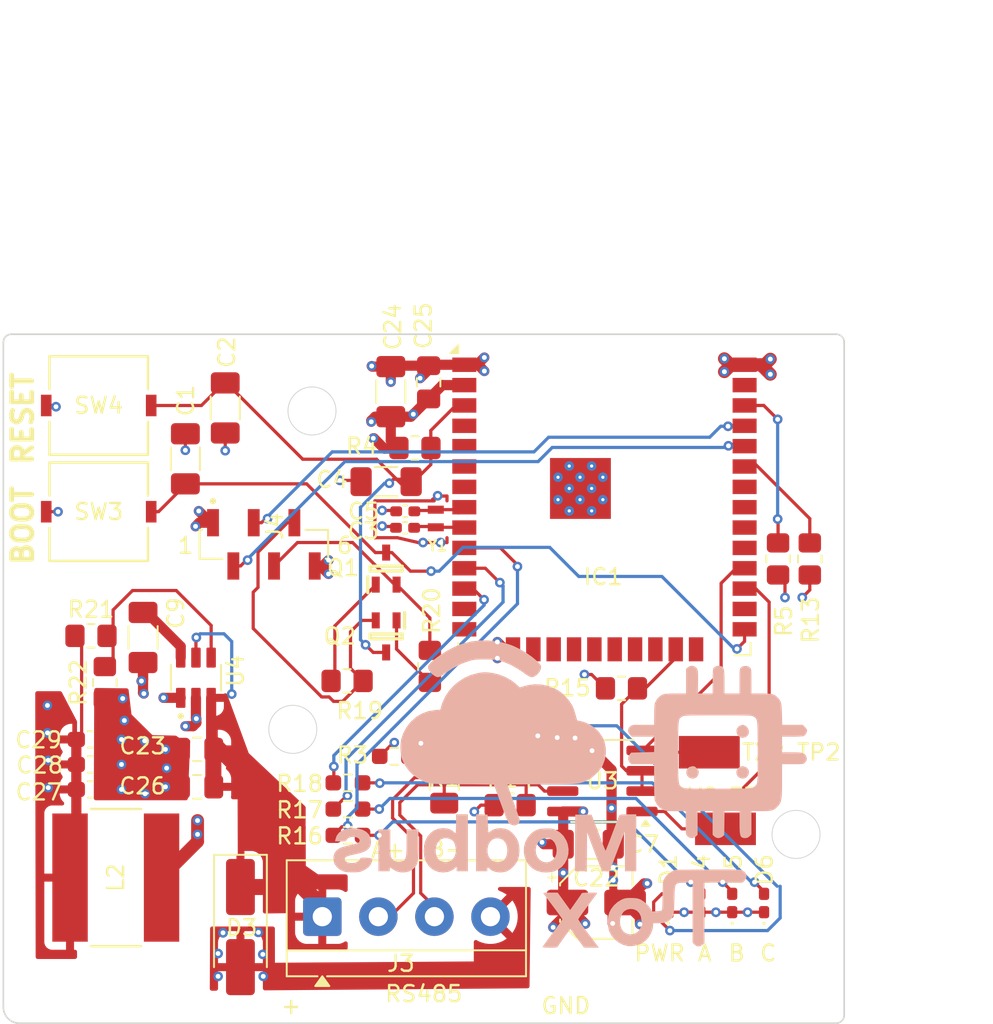
<source format=kicad_pcb>
(kicad_pcb (version 20241229) (generator "pcbnew") (generator_version "9.0")
  (layers (0 "F.Cu" signal) (4 "In1.Cu" signal) (6 "In2.Cu" signal) (2 "B.Cu" signal) (13 "F.Paste" user) (15 "B.Paste" user) (5 "F.SilkS" user "F.Silkscreen") (7 "B.SilkS" user "B.Silkscreen") (1 "F.Mask" user) (3 "B.Mask" user) (25 "Edge.Cuts" user))
  (net 0 "")
  (net 1 "Net-(U4-VBST)")
  (net 2 "GND")
  (net 3 "/EN")
  (net 4 "/IO_0")
  (net 5 "VDD33")
  (net 6 "Net-(D1-A)")
  (net 7 "/TX_0")
  (net 8 "/RX_0")
  (net 9 "/VBUS_12")
  (net 10 "/SCL_BUS")
  (net 11 "/SDA_BUS")
  (net 12 "Net-(U4-SW)")
  (net 13 "Net-(U4-VFB)")
  (net 15 "/RS485-")
  (net 16 "/RS485_DE_RE")
  (net 17 "Net-(D4-A)")
  (net 18 "Net-(D5-A)")
  (net 19 "Net-(D6-A)")
  (net 20 "/RS485+")
  (net 21 "/TX_{2}")
  (net 22 "/RX_{2}")
  (net 23 "/LED_C")
  (net 24 "/LED_A")
  (net 34 "/X32N")
  (net 37 "/LED_B")
  (net 38 "/X32P")
  (net 47 "/DTR")
  (net 48 "/RTS")
  (net 49 "Net-(Q1-B)")
  (net 50 "Net-(Q2-B)")
  (footprint "Capacitor_SMD:C_1206_3216Metric_Pad1.33x1.80mm_HandSolder" (layer "F.Cu") (at 91.3638 95.2754 90)
    (property "Reference" "C1")
    (property "Value" "0.1uF")
  )
  (footprint "Resistor_SMD:R_0603_1608Metric_Pad0.98x0.95mm_HandSolder" (layer "F.Cu") (at 101.516 117.1363)
    (property "Reference" "R17")
    (property "Value" "2K")
  )
  (footprint "Capacitor_SMD:C_0805_2012Metric_Pad1.18x1.45mm_HandSolder" (layer "F.Cu") (at 92.1004 113.411 180)
    (property "Reference" "C23")
    (property "Value" "10uF")
  )
  (footprint "project_footprints:XTAL_ABS05-32.768KHZ-T" (layer "F.Cu") (at 107 99 90)
    (property "Reference" "Y1")
    (property "Value" "32.768kHz")
  )
  (footprint "Resistor_SMD:R_0805_2012Metric_Pad1.20x1.40mm_HandSolder" (layer "F.Cu") (at 130.3528 101.5238 90)
    (property "Reference" "R13")
    (property "Value" "10K")
  )
  (footprint "Resistor_SMD:R_0805_2012Metric_Pad1.20x1.40mm_HandSolder" (layer "F.Cu") (at 128.3716 101.5238 90)
    (property "Reference" "R5")
    (property "Value" "10K")
  )
  (footprint "Capacitor_SMD:CP_Elec_4x5.4" (layer "F.Cu") (at 117.020555 122.968067)
    (property "Reference" "C22")
    (property "Value" "1uF")
  )
  (footprint "Capacitor_SMD:C_0402_1005Metric_Pad0.74x0.62mm_HandSolder" (layer "F.Cu") (at 105.081358 99.579651)
    (property "Reference" "C3")
    (property "Value" "12pF")
  )
  (footprint "Capacitor_SMD:C_0402_1005Metric_Pad0.74x0.62mm_HandSolder" (layer "F.Cu") (at 105.093223 98.553406)
    (property "Reference" "C5")
    (property "Value" "12pF")
  )
  (footprint "project_footprints:SW_3983_ADA" (layer "F.Cu") (at 85.9536 98.5774)
    (property "Reference" "SW3")
    (property "Value" "3983")
  )
  (footprint "Capacitor_SMD:C_0603_1608Metric_Pad1.08x0.95mm_HandSolder" (layer "F.Cu") (at 85.4191 112.7907 180)
    (property "Reference" "C29")
    (property "Value" "22uF")
  )
  (footprint "Capacitor_SMD:C_1206_3216Metric_Pad1.33x1.80mm_HandSolder" (layer "F.Cu") (at 93.853 92.1004 -90)
    (property "Reference" "C2")
    (property "Value" "0.1uF")
  )
  (footprint "project_footprints:SOT65P210X110-3N" (layer "F.Cu") (at 103.901 106.3592 -90)
    (property "Reference" "Q2")
    (property "Value" "DSS4160U-7" (hide yes))
  )
  (footprint "Capacitor_SMD:C_1206_3216Metric_Pad1.33x1.80mm_HandSolder" (layer "F.Cu") (at 88.7222 106.426 90)
    (property "Reference" "C9")
    (property "Value" "0.1uF")
  )
  (footprint "LED_SMD:LED_0402_1005Metric_Pad0.77x0.64mm_HandSolder" (layer "F.Cu") (at 125.50565 122.998 90)
    (property "Reference" "D5")
    (property "Value" "LED" (hide yes))
  )
  (footprint "Resistor_SMD:R_0603_1608Metric_Pad0.98x0.95mm_HandSolder" (layer "F.Cu") (at 104.4116 113.847)
    (property "Reference" "R3")
    (property "Value" "2K")
  )
  (footprint "Resistor_SMD:R_0805_2012Metric_Pad1.20x1.40mm_HandSolder" (layer "F.Cu") (at 85.471 106.3244)
    (property "Reference" "R21")
    (property "Value" "33.2K")
  )
  (footprint "LED_SMD:LED_0402_1005Metric_Pad0.77x0.64mm_HandSolder" (layer "F.Cu") (at 121.52565 122.998 90)
    (property "Reference" "D1")
    (property "Value" "LED")
  )
  (footprint "LED_SMD:LED_0402_1005Metric_Pad0.77x0.64mm_HandSolder" (layer "F.Cu") (at 127.49565 122.998 90)
    (property "Reference" "D6")
    (property "Value" "LED" (hide yes))
  )
  (footprint "Capacitor_SMD:C_0805_2012Metric_Pad1.18x1.45mm_HandSolder" (layer "F.Cu") (at 92.1004 115.7478)
    (property "Reference" "C26")
    (property "Value" "10uF")
  )
  (footprint "Resistor_SMD:R_0603_1608Metric_Pad0.98x0.95mm_HandSolder" (layer "F.Cu") (at 101.516 118.7746)
    (property "Reference" "R16")
    (property "Value" "2K")
  )
  (footprint "Resistor_SMD:R_0805_2012Metric_Pad1.20x1.40mm_HandSolder" (layer "F.Cu") (at 111.6424 113.6904)
    (property "Reference" "R2")
    (property "Value" "620R")
  )
  (footprint "Capacitor_SMD:C_0603_1608Metric_Pad1.08x0.95mm_HandSolder" (layer "F.Cu") (at 85.4191 115.9109 180)
    (property "Reference" "C27")
    (property "Value" "22uF")
  )
  (footprint "Capacitor_SMD:C_1206_3216Metric_Pad1.33x1.80mm_HandSolder" (layer "F.Cu") (at 103.9 96.7 180)
    (property "Reference" "C4")
    (property "Value" "0.1uF")
  )
  (footprint "Resistor_SMD:R_0805_2012Metric_Pad1.20x1.40mm_HandSolder" (layer "F.Cu") (at 101.4626 109.1372 180)
    (property "Reference" "R19")
    (property "Value" "10K")
  )
  (footprint "Resistor_SMD:R_0603_1608Metric_Pad0.98x0.95mm_HandSolder" (layer "F.Cu") (at 101.516 115.498)
    (property "Reference" "R18")
    (property "Value" "2K")
  )
  (footprint "TerminalBlock_4Ucon:TerminalBlock_4Ucon_1x04_P3.50mm_Horizontal" (layer "F.Cu") (at 99.9138 123.8504)
    (property "Reference" "J3")
    (property "Value" "Screw_Terminal_3.5mm_4")
  )
  (footprint "project_footprints:KEYSTONE_5029" (layer "F.Cu") (at 125.0872 118.3682 180)
    (property "Reference" "RX2_TP1")
    (property "Value" "5029")
  )
  (footprint "Resistor_SMD:R_0805_2012Metric_Pad1.20x1.40mm_HandSolder" (layer "F.Cu") (at 106.6292 108.2294 -90)
    (property "Reference" "R20")
    (property "Value" "10K")
  )
  (footprint "Capacitor_SMD:C_0805_2012Metric_Pad1.18x1.45mm_HandSolder" (layer "F.Cu") (at 106.553 90.5002 -90)
    (property "Reference" "C25")
    (property "Value" "22uF")
  )
  (footprint "Resistor_SMD:R_0805_2012Metric_Pad1.20x1.40mm_HandSolder" (layer "F.Cu") (at 118.5926 109.601)
    (property "Reference" "R15")
    (property "Value" "10K")
  )
  (footprint "Diode_SMD:D_SMA_Handsoldering" (layer "F.Cu") (at 94.803749 124.500452 -90)
    (property "Reference" "D3")
    (property "Value" "SMAJ12A")
  )
  (footprint "Resistor_SMD:R_1206_3216Metric_Pad1.30x1.75mm_HandSolder" (layer "F.Cu") (at 107.5276 115.2144 -90)
    (property "Reference" "R1")
    (property "Value" "120R")
  )
  (footprint "Capacitor_SMD:C_1206_3216Metric_Pad1.33x1.80mm_HandSolder" (layer "F.Cu") (at 116.5192 119.3292)
    (property "Reference" "C7")
    (property "Value" "0.1uF")
  )
  (footprint "Package_SO:SOIC-8_3.9x4.9mm_P1.27mm" (layer "F.Cu") (at 117.4022 115.3807 180)
    (property "Reference" "U3")
    (property "Value" "MAX3485")
  )
  (footprint "Resistor_SMD:R_0805_2012Metric_Pad1.20x1.40mm_HandSolder" (layer "F.Cu") (at 86.3346 109.2454 90)
    (property "Reference" "R22")
    (property "Value" "10K")
  )
  (footprint "Resistor_SMD:R_0805_2012Metric_Pad1.20x1.40mm_HandSolder" (layer "F.Cu") (at 105.7 94.6)
    (property "Reference" "R4")
    (property "Value" "10K")
  )
  (footprint "Resistor_SMD:R_0805_2012Metric_Pad1.20x1.40mm_HandSolder" (layer "F.Cu") (at 111.6424 116.8908)
    (property "Reference" "R14")
    (property "Value" "620R")
  )
  (footprint "LED_SMD:LED_0402_1005Metric_Pad0.77x0.64mm_HandSolder" (layer "F.Cu") (at 123.51565 122.998 90)
    (property "Reference" "D4")
    (property "Value" "LED" (hide yes))
  )
  (footprint "project_footprints:TPS563208DDCT_SOT95P280X110-6N" (layer "F.Cu") (at 92.0242 108.937906 90)
    (property "Reference" "U4")
    (property "Value" "TPS563208DDCT")
  )
  (footprint "Capacitor_SMD:C_1206_3216Metric_Pad1.33x1.80mm_HandSolder" (layer "F.Cu") (at 104.1908 91.0844 -90)
    (property "Reference" "C24")
    (property "Value" "0.1uF")
  )
  (footprint "Capacitor_SMD:C_0603_1608Metric_Pad1.08x0.95mm_HandSolder" (layer "F.Cu") (at 85.4191 114.3508 180)
    (property "Reference" "C28")
    (property "Value" "22uF")
  )
  (footprint "project_footprints:SRN8040-2R2Y" (layer "F.Cu") (at 87.0204 121.412)
    (property "Reference" "L2")
    (property "Value" "2uH")
  )
  (footprint "project_footprints:SOT65P210X110-3N" (layer "F.Cu") (at 103.901 102.1268 90)
    (property "Reference" "Q1")
    (property "Value" "DSS4160U-7" (hide yes))
  )
  (footprint "project_footprints:ESP32-WROOM-32D_ANT_SILK_REMOVED" (layer "F.Cu") (at 117.5318 97.6554)
    (property "Reference" "IC1")
    (property "Value" "ESP32-WROOM-32D_M113DH2800PH3Q0")
  )
  (footprint "project_footprints:HARWIN_M50-3140645R" (layer "F.Cu") (at 96.266 100.6132 180)
    (property "Reference" "J4")
    (property "Value" "M50-3140645R")
  )
  (footprint "project_footprints:SW_3983_ADA" (layer "F.Cu") (at 85.9536 91.948)
    (property "Reference" "SW4")
    (property "Value" "3983")
  )
  (footprint "project_footprints:KEYSTONE_5029" (layer "F.Cu") (at 124.079 113.5888 180)
    (property "Reference" "TX2_TP2")
    (property "Value" "5029")
  )
  (footprint "Modbus To X Graphics:modbus_to_x_logo.kicad_40x40mm_mod" (layer "B.Cu") (at 115.102066 116.212321 180)
    (property "Reference" "G***" (hide yes))
    (property "Value" "LOGO" (hide yes))
  )
  (gr_line (start 106.8 97.8) (end 107.1 97.6) (stroke (width 0.2)) (layer "F.Cu") (net 2))
  (gr_line (start 105.9 100.5) (end 107.7 100.5) (stroke (width 0.2)) (layer "F.Cu") (net 2))
  (gr_line (start 104.6 100.2) (end 105.9 100.5) (stroke (width 0.2)) (layer "F.Cu") (net 2))
  (gr_line (start 107.1 97.6) (end 107.7 97.6) (stroke (width 0.2)) (layer "F.Cu") (net 2))
  (gr_line (start 106.9 97.9) (end 103.2 97.9) (stroke (width 0.2)) (layer "F.Cu") (net 2))
  (gr_line (start 107.7 100.5) (end 107.7 100.2) (stroke (width 0.2)) (layer "F.Cu") (net 2))
  (gr_line (start 103.2 97.9) (end 103.2 100.2) (stroke (width 0.2)) (layer "F.Cu") (net 2))
  (gr_line (start 103.2 100.2) (end 104.6 100.2) (stroke (width 0.2)) (layer "F.Cu") (net 2))
  (gr_arc (start 80 88) (mid 80.146447 87.646447) (end 80.5 87.5) (stroke (width 0.1)) (layer "Edge.Cuts"))
  (gr_circle (center 99.270559 92.2904) (end 99.270559 93.7904) (stroke (width 0.05)) (fill no) (layer "Edge.Cuts"))
  (gr_line (start 132 130.5) (end 81 130.5) (stroke (width 0.1)) (layer "Edge.Cuts"))
  (gr_circle (center 129.49405 118.716806) (end 130.99405 118.716806) (stroke (width 0.05)) (fill no) (layer "Edge.Cuts"))
  (gr_line (start 80 129.5) (end 80 88) (stroke (width 0.1)) (layer "Edge.Cuts"))
  (gr_line (start 132 87.5) (end 80.5 87.5) (stroke (width 0.1)) (layer "Edge.Cuts"))
  (gr_line (start 132.5 88) (end 132.5 130) (stroke (width 0.1)) (layer "Edge.Cuts"))
  (gr_arc (start 81 130.5) (mid 80.292893 130.207107) (end 80 129.5) (stroke (width 0.1)) (layer "Edge.Cuts"))
  (gr_arc (start 132 87.5) (mid 132.353553 87.646447) (end 132.5 88) (stroke (width 0.1)) (layer "Edge.Cuts"))
  (gr_arc (start 132.5 130) (mid 132.353553 130.353553) (end 132 130.5) (stroke (width 0.1)) (layer "Edge.Cuts"))
  (gr_circle (center 98.073173 112.160116) (end 99.573173 112.160116) (stroke (width 0.05)) (fill no) (layer "Edge.Cuts"))
  (gr_text "B-" (at 106.4768 120.2182 0) (layer "F.SilkS") (effects (font (size 1 1)) (justify left bottom)))
  (gr_text "RS485" (at 103.75 129.25 0) (layer "F.SilkS") (effects (font (size 1 1)) (justify left bottom)))
  (gr_text "C" (at 127.154235 126.714674 0) (layer "F.SilkS") (effects (font (size 1 1)) (justify left bottom)))
  (gr_text "A" (at 123.2649 126.714674 0) (layer "F.SilkS") (effects (font (size 1 1)) (justify left bottom)))
  (gr_text "A+" (at 102.87 120.269 0) (layer "F.SilkS") (effects (font (size 1 1)) (justify left bottom)))
  (gr_text "B" (at 125.191727 126.714674 0) (layer "F.SilkS") (effects (font (size 1 1)) (justify left bottom)))
  (gr_text "RESET" (at 81.9404 95.7834 90) (layer "F.SilkS") (effects (font (size 1.25 1.25) (thickness 0.3) (bold yes)) (justify left bottom)))
  (gr_text "BOOT" (at 81.9404 102.0318 90) (layer "F.SilkS") (effects (font (size 1.25 1.25) (thickness 0.3) (bold yes)) (justify left bottom)))
  (gr_text "+" (at 97.25 130 0) (layer "F.SilkS") (effects (font (size 1 1)) (justify left bottom)))
  (gr_text "6" (at 100.7364 101.2698 0) (layer "F.SilkS") (effects (font (size 1 1)) (justify left bottom)))
  (gr_text "GND" (at 113.5 130 0) (layer "F.SilkS") (effects (font (size 1 1)) (justify left bottom)))
  (gr_text "1" (at 90.805 101.2698 0) (layer "F.SilkS") (effects (font (size 1 1)) (justify left bottom)))
  (gr_text "PWR" (at 119.304201 126.714674 0) (layer "F.SilkS") (effects (font (size 1 1)) (justify left bottom)))
  (segment (start 88.7222 104.8635) (end 88.9508 104.8635) (width 0.635) (layer "F.Cu") (net 1))
  (segment (start 88.9508 104.8635) (end 91.0742 106.9869) (width 0.635) (layer "F.Cu") (net 1))
  (segment (start 91.0742 106.9869) (end 91.0742 107.682906) (width 0.635) (layer "F.Cu") (net 1))
  (segment (start 118.0817 119.3292) (end 118.0817 120.773109) (width 0.5) (layer "F.Cu") (net 2))
  (segment (start 108.7818 89.4054) (end 106.6103 89.4054) (width 0.635) (layer "F.Cu") (net 2))
  (segment (start 83.2104 91.948) (end 83.2866 92.0242) (width 0.2) (layer "F.Cu") (net 2))
  (segment (start 119.745702 123.893214) (end 118.820555 122.968067) (width 0.635) (layer "F.Cu") (net 2))
  (segment (start 111.8218 107.1654) (end 111.3056 107.1654) (width 0.635) (layer "F.Cu") (net 2))
  (segment (start 86.2816 115.9109) (end 87.376 115.9109) (width 1) (layer "F.Cu") (net 2))
  (segment (start 106.0196 90.2462) (end 106.553 89.7128) (width 0.635) (layer "F.Cu") (net 2))
  (segment (start 126.2818 89.4054) (end 125.4532 89.4054) (width 0.8) (layer "F.Cu") (net 2))
  (segment (start 127.49565 123.5705) (end 126.47555 123.5705) (width 0.2) (layer "F.Cu") (net 2))
  (segment (start 106.553 89.4627) (end 104.25 89.4627) (width 0.635) (layer "F.Cu") (net 2))
  (segment (start 116.756 113.4914) (end 114.9429 113.4914) (width 0.635) (layer "F.Cu") (net 2))
  (segment (start 91.3638 93.7129) (end 91.3638 94.742) (width 0.2) (layer "F.Cu") (net 2))
  (segment (start 127.536 89.4054) (end 127.889 89.0524) (width 0.8) (layer "F.Cu") (net 2))
  (segment (start 91.0375 113.411) (end 91.0375 114.5794) (width 0.635) (layer "F.Cu") (net 2))
  (segment (start 90.004706 110.192906) (end 89.997 110.1852) (width 0.635) (layer "F.Cu") (net 2))
  (segment (start 107.7 97.6) (end 107.7 97.899) (width 0.2) (layer "F.Cu") (net 2))
  (segment (start 104.1908 90.4748) (end 104.1908 89.5219) (width 0.635) (layer "F.Cu") (net 2))
  (segment (start 116.7774 113.4914) (end 117.9478 114.6618) (width 0.635) (layer "F.Cu") (net 2))
  (segment (start 115.697 112.7059) (end 114.9272 113.4757) (width 0.635) (layer "F.Cu") (net 2))
  (segment (start 93.853 94.7674) (end 93.853 93.6629) (width 0.2) (layer "F.Cu") (net 2))
  (segment (start 114.9429 113.4914) (end 114.9272 113.4757) (width 0.635) (layer "F.Cu") (net 2))
  (segment (start 123.51565 123.5705) (end 124.48495 123.5705) (width 0.2) (layer "F.Cu") (net 2))
  (segment (start 90.1192 113.411) (end 91.0375 113.411) (width 0.635) (layer "F.Cu") (net 2))
  (segment (start 101.8032 96.6216) (end 102.0826 96.901) (width 0.2) (layer "F.Cu") (net 2))
  (segment (start 108.7818 89.4054) (end 109.5782 89.4054) (width 0.635) (layer "F.Cu") (net 2))
  (segment (start 126.2818 89.4054) (end 125.3972 89.4054) (width 0.8) (layer "F.Cu") (net 2))
  (segment (start 82.677 91.948) (end 83.2104 91.948) (width 0.2) (layer "F.Cu") (net 2))
  (segment (start 103.679687 99.5) (end 103.651698 99.472011) (width 0.2) (layer "F.Cu") (net 2))
  (segment (start 118.0817 119.3292) (end 117.9752 119.2227) (width 0.5) (layer "F.Cu") (net 2))
  (segment (start 111.8218 107.1654) (end 111.4016 107.1654) (width 0.635) (layer "F.Cu") (net 2))
  (segment (start 86.2816 112.7907) (end 87.376 112.7907) (width 1) (layer "F.Cu") (net 2))
  (segment (start 118.044861 124.274466) (end 118.044861 123.743761) (width 0.635) (layer "F.Cu") (net 2))
  (segment (start 91.0742 110.192906) (end 90.004706 110.192906) (width 0.635) (layer "F.Cu") (net 2))
  (segment (start 121.52565 123.5705) (end 122.50375 123.5705) (width 0.2) (layer "F.Cu") (net 2))
  (segment (start 117.9478 114.6618) (end 117.9752 114.6892) (width 0.635) (layer "F.Cu") (net 2))
  (segment (start 111.3056 107.1654) (end 110.8456 106.7054) (width 0.635) (layer "F.Cu") (net 2))
  (segment (start 106.553 89.7128) (end 106.553 89.4627) (width 0.635) (layer "F.Cu") (net 2))
  (segment (start 83.4136 98.5774) (end 82.677 98.5774) (width 0.2) (layer "F.Cu") (net 2))
  (segment (start 120.198233 121.776169) (end 120.012453 121.776169) (width 0.635) (layer "F.Cu") (net 2))
  (segment (start 110.6424 116.8908) (end 109.8136 116.8908) (width 0.2) (layer "F.Cu") (net 2))
  (segment (start 86.2816 115.9109) (end 86.2816 112.7907) (width 1) (layer "F.Cu") (net 2))
  (segment (start 124.49435 123.5705) (end 124.48965 123.5752) (width 0.2) (layer "F.Cu") (net 2))
  (segment (start 91.9988 99.4918) (end 92.2274 99.2632) (width 0.635) (layer "F.Cu") (net 2))
  (segment (start 125.4532 89.4054) (end 125.0188 89.8398) (width 0.8) (layer "F.Cu") (net 2))
  (segment (start 104.5325 99.5) (end 103.679687 99.5) (width 0.2) (layer "F.Cu") (net 2))
  (segment (start 118.0817 122.229212) (end 118.820555 122.968067) (width 0.5) (layer "F.Cu") (net 2))
  (segment (start 125.3972 89.4054) (end 125.0188 89.027) (width 0.8) (layer "F.Cu") (net 2))
  (segment (start 91.0375 114.5794) (end 91.0375 115.7224) (width 0.635) (layer "F.Cu") (net 2))
  (segment (start 126.47555 123.5705) (end 126.47085 123.5752) (width 0.2) (layer "F.Cu") (net 2))
  (segment (start 90.1954 114.5794) (end 91.0375 114.5794) (width 0.635) (layer "F.Cu") (net 2))
  (segment (start 92.2274 99.2632) (end 93.091 99.2632) (width 0.635) (layer "F.Cu") (net 2))
  (segment (start 104.25 89.4627) (end 104.1908 89.5219) (width 0.635) (layer "F.Cu") (net 2))
  (segment (start 109.6382 89.4054) (end 110.0328 89.8) (width 0.635) (layer "F.Cu") (net 2))
  (segment (start 114.5794 113.1279) (end 114.9272 113.4757) (width 0.635) (layer "F.Cu") (net 2))
  (segment (start 125.50565 123.5705) (end 126.46615 123.5705) (width 0.2) (layer "F.Cu") (net 2))
  (segment (start 126.46615 123.5705) (end 126.47085 123.5752) (width 0.2) (layer "F.Cu") (net 2))
  (segment (start 93.091 99.2632) (end 92.933703 99.2632) (width 0.635) (layer "F.Cu") (net 2))
  (segment (start 103.0347 89.5219) (end 102.997 89.4842) (width 0.635) (layer "F.Cu") (net 2))
  (segment (start 117.9752 117.0728) (end 117.9752 114.6892) (width 0.635) (layer "F.Cu") (net 2))
  (segment (start 122.50375 123.5705) (end 122.50845 123.5752) (width 0.2) (layer "F.Cu") (net 2))
  (segment (start 117.9752 119.2227) (end 117.9752 117.0728) (width 0.635) (layer "F.Cu") (net 2))
  (segment (start 91.0375 115.7224) (end 91.0629 115.7478) (width 0.635) (layer "F.Cu") (net 2))
  (segment (start 114.5794 112.6744) (end 114.5794 113.1279) (width 0.635) (layer "F.Cu") (net 2))
  (segment (start 109.5782 89.4054) (end 110.0328 88.9508) (width 0.635) (layer "F.Cu") (net 2))
  (segment (start 101.0158 96.6216) (end 101.8032 96.6216) (width 0.2) (layer "F.Cu") (net 2))
  (segment (start 120.012453 121.776169) (end 118.820555 122.968067) (width 0.635) (layer "F.Cu") (net 2))
  (segment (start 127.45175 123.4877) (end 127.52425 123.4152) (width 0.2) (layer "F.Cu") (net 2))
  (segment (start 104.5325 98.5) (end 103.652543 98.5) (width 0.2) (layer "F.Cu") (net 2))
  (segment (start 118.044861 123.743761) (end 118.820555 122.968067) (width 0.635) (layer "F.Cu") (net 2))
  (segment (start 111.4016 107.1654) (end 110.8456 107.7214) (width 0.635) (layer "F.Cu") (net 2))
  (segment (start 116.7774 113.4914) (end 116.756 113.4914) (width 0.635) (layer "F.Cu") (net 2))
  (segment (start 109.8136 116.8908) (end 109.4072 117.2972) (width 0.2) (layer "F.Cu") (net 2))
  (segment (start 108.7818 89.4054) (end 109.6382 89.4054) (width 0.635) (layer "F.Cu") (net 2))
  (segment (start 119.745702 124.322042) (end 119.745702 123.893214) (width 0.635) (layer "F.Cu") (net 2))
  (segment (start 92.933703 99.2632) (end 92.202 98.531497) (width 0.635) (layer "F.Cu") (net 2))
  (segment (start 125.50565 123.5705) (end 124.49435 123.5705) (width 0.2) (layer "F.Cu") (net 2))
  (segment (start 102.0826 96.901) (end 102.2981 96.901) (width 0.2) (layer "F.Cu") (net 2))
  (segment (start 127.2944 89.4054) (end 127.889 90) (width 0.8) (layer "F.Cu") (net 2))
  (segment (start 126.2818 89.4054) (end 127.536 89.4054) (width 0.8) (layer "F.Cu") (net 2))
  (segment (start 106.6103 89.4054) (end 106.553 89.4627) (width 0.635) (layer "F.Cu") (net 2))
  (segment (start 90.1192 115.7478) (end 91.0629 115.7478) (width 0.635) (layer "F.Cu") (net 2))
  (segment (start 104.1908 89.5219) (end 103.0347 89.5219) (width 0.635) (layer "F.Cu") (net 2))
  (segment (start 86.2816 114.3508) (end 87.376 114.3508) (width 1) (layer "F.Cu") (net 2))
  (segment (start 123.51565 123.5705) (end 122.51315 123.5705) (width 0.2) (layer "F.Cu") (net 2))
  (segment (start 118.0817 120.773109) (end 118.0817 122.229212) (width 0.5) (layer "F.Cu") (net 2))
  (segment (start 103.652543 98.5) (end 103.651698 98.499155) (width 0.2) (layer "F.Cu") (net 2))
  (segment (start 114.9272 113.4757) (end 115.2743 113.4757) (width 0.635) (layer "F.Cu") (net 2))
  (segment (start 124.48495 123.5705) (end 124.48965 123.5752) (width 0.2) (layer "F.Cu") (net 2))
  (segment (start 126.2818 89.4054) (end 127.2944 89.4054) (width 0.8) (layer "F.Cu") (net 2))
  (segment (start 115.697 112.6998) (end 115.697 112.7059) (width 0.635) (layer "F.Cu") (net 2))
  (segment (start 122.51315 123.5705) (end 122.50845 123.5752) (width 0.2) (layer "F.Cu") (net 2))
  (via (at 87.376 114.3508) (size 0.6) (drill 0.3) (layers "F.Cu" "B.Cu") (net 2))
  (via (at 122.50845 123.5752) (size 0.6) (drill 0.3) (layers "F.Cu" "B.Cu") (net 2))
  (via (at 96.200749 126.202252) (size 0.6) (drill 0.3) (layers "F.Cu" "B.Cu") (net 2))
  (via (at 114.5794 112.6744) (size 0.6) (drill 0.3) (layers "F.Cu" "B.Cu") (net 2))
  (via (at 96.226149 127.573852) (size 0.6) (drill 0.3) (layers "F.Cu" "B.Cu") (net 2))
  (via (at 92.202 98.531497) (size 0.6) (drill 0.3) (layers "F.Cu" "B.Cu") (net 2))
  (via (at 87.376 115.9109) (size 0.6) (drill 0.3) (layers "F.Cu" "B.Cu") (net 2))
  (via (at 109.4072 117.2972) (size 0.6) (drill 0.3) (layers "F.Cu" "B.Cu") (net 2))
  (via (at 83.2866 92.0242) (size 0.6) (drill 0.3) (layers "F.Cu" "B.Cu") (net 2))
  (via (at 110.0328 88.9508) (size 0.6) (drill 0.3) (layers "F.Cu" "B.Cu") (net 2))
  (via (at 110.8456 107.7214) (size 0.6) (drill 0.3) (layers "F.Cu" "B.Cu") (net 2))
  (via (at 120.198233 121.776169) (size 0.6) (drill 0.3) (layers "F.Cu" "B.Cu") (net 2))
  (via (at 93.406749 127.573852) (size 0.6) (drill 0.3) (layers "F.Cu" "B.Cu") (net 2))
  (via (at 117.9752 117.0728) (size 0.6) (drill 0.3) (layers "F.Cu" "B.Cu") (net 2))
  (via (at 107.117813 97.581376) (size 0.6) (drill 0.3) (layers "F.Cu" "B.Cu") (net 2))
  (via (at 115.697 112.6998) (size 0.6) (drill 0.3) (layers "F.Cu" "B.Cu") (net 2))
  (via (at 93.406749 126.151452) (size 0.6) (drill 0.3) (layers "F.Cu" "B.Cu") (net 2))
  (via (at 90.1192 115.7478) (size 0.6) (drill 0.3) (layers "F.Cu" "B.Cu") (net 2))
  (via (at 124.48965 123.5752) (size 0.6) (drill 0.3) (layers "F.Cu" "B.Cu") (net 2))
  (via (at 103.651698 99.472011) (size 0.6) (drill 0.3) (layers "F.Cu" "B.Cu") (net 2))
  (via (at 116.756 113.4914) (size 0.6) (drill 0.3) (layers "F.Cu" "B.Cu") (net 2))
  (via (at 93.853 94.7674) (size 0.6) (drill 0.3) (layers "F.Cu" "B.Cu") (net 2))
  (via (at 106.2 100.5) (size 0.6) (drill 0.3) (layers "F.Cu" "B.Cu") (net 2))
  (via (at 125.0188 89.027) (size 0.6) (drill 0.3) (layers "F.Cu" "B.Cu") (net 2))
  (via (at 118.044861 124.274466) (size 0.6) (drill 0.3) (layers "F.Cu" "B.Cu") (net 2))
  (via (at 101.0158 96.6216) (size 0.6) (drill 0.3) (layers "F.Cu" "B.Cu") (net 2))
  (via (at 88.8238 112.8776) (size 0.6) (drill 0.3) (layers "F.Cu" "B.Cu") (net 2))
  (via (at 118.0817 121.577936) (size 0.6) (drill 0.3) (layers "F.Cu" "B.Cu") (net 2))
  (via (at 126.47085 123.5752) (size 0.6) (drill 0.3) (layers "F.Cu" "B.Cu") (net 2))
  (via (at 102.997 89.4842) (size 0.6) (drill 0.3) (layers "F.Cu" "B.Cu") (net 2))
  (via (at 104.1908 90.4748) (size 0.6) (drill 0.3) (layers "F.Cu" "B.Cu") (net 2))
  (via (at 127.889 89.0524) (size 0.6) (drill 0.3) (layers "F.Cu" "B.Cu") (net 2))
  (via (at 106.0196 90.2462) (size 0.6) (drill 0.3) (layers "F.Cu" "B.Cu") (net 2))
  (via (at 87.4522 110.236) (size 0.6) (drill 0.3) (layers "F.Cu" "B.Cu") (net 2))
  (via (at 118.0817 120.773109) (size 0.6) (drill 0.3) (layers "F.Cu" "B.Cu") (net 2))
  (via (at 89.997 110.1852) (size 0.6) (drill 0.3) (layers "F.Cu" "B.Cu") (net 2))
  (via (at 110.8456 106.7054) (size 0.6) (drill 0.3) (layers "F.Cu" "B.Cu") (net 2))
  (via (at 90.1954 114.5794) (size 0.6) (drill 0.3) (layers "F.Cu" "B.Cu") (net 2))
  (via (at 127.889 90) (size 0.6) (drill 0.3) (layers "F.Cu" "B.Cu") (net 2))
  (via (at 110.0328 89.8) (size 0.6) (drill 0.3) (layers "F.Cu" "B.Cu") (net 2))
  (via (at 83.4136 98.5774) (size 0.6) (drill 0.3) (layers "F.Cu" "B.Cu") (net 2))
  (via (at 93.715448 124.857272) (size 0.6) (drill 0.3) (layers "F.Cu" "B.Cu") (net 2))
  (via (at 90.1192 113.411) (size 0.6) (drill 0.3) (layers "F.Cu" "B.Cu") (net 2))
  (via (at 87.5538 111.6076) (size 0.6) (drill 0.3) (layers "F.Cu" "B.Cu") (net 2))
  (via (at 119.745702 124.322042) (size 0.6) (drill 0.3) (layers "F.Cu" "B.Cu") (net 2))
  (via (at 103.651698 98.499155) (size 0.6) (drill 0.3) (layers "F.Cu" "B.Cu") (net 2))
  (via (at 107.3 100.5) (size 0.6) (drill 0.3) (layers "F.Cu" "B.Cu") (net 2))
  (via (at 95.925248 124.831872) (size 0.6) (drill 0.3) (layers "F.Cu" "B.Cu") (net 2))
  (via (at 88.8492 116.1796) (size 0.6) (drill 0.3) (layers "F.Cu" "B.Cu") (net 2))
  (via (at 91.9988 99.4918) (size 0.6) (drill 0.3) (layers "F.Cu" "B.Cu") (net 2))
  (via (at 125.0188 89.8398) (size 0.6) (drill 0.3) (layers "F.Cu" "B.Cu") (net 2))
  (via (at 87.376 112.7907) (size 0.6) (drill 0.3) (layers "F.Cu" "B.Cu") (net 2))
  (via (at 91.3638 94.742) (size 0.6) (drill 0.3) (layers "F.Cu" "B.Cu") (net 2))
  (segment (start 105.4231 96.901) (end 104.901 96.901) (width 0.2) (layer "F.Cu") (net 3))
  (segment (start 104.901 96.901) (end 103.3 95.3) (width 0.2) (layer "F.Cu") (net 3))
  (segment (start 98.6913 95.3) (end 93.853 90.4617) (width 0.2) (layer "F.Cu") (net 3))
  (segment (start 104.1 96.8) (end 104.35 96.55) (width 0.2) (layer "F.Cu") (net 3))
  (segment (start 104.35 96.55) (end 105.0721 96.55) (width 0.2) (layer "F.Cu") (net 3))
  (segment (start 102.616 106.8832) (end 103.092 107.3592) (width 0.2) (layer "F.Cu") (net 3))
  (segment (start 108.2518 91.9454) (end 108.7818 91.9454) (width 0.2) (layer "F.Cu") (net 3))
  (segment (start 93.853 90.4617) (end 92.3667 91.948) (width 0.2) (layer "F.Cu") (net 3))
  (segment (start 103.092 107.3592) (end 103.901 107.3592) (width 0.2) (layer "F.Cu") (net 3))
  (segment (start 106.6894 93.5078) (end 108.2518 91.9454) (width 0.2) (layer "F.Cu") (net 3))
  (segment (start 106.6894 94.6404) (end 106.6894 93.5078) (width 0.2) (layer "F.Cu") (net 3))
  (segment (start 106.6894 94.6404) (end 106.6894 95.6347) (width 0.2) (layer "F.Cu") (net 3))
  (segment (start 105.0721 96.55) (end 105.4231 96.901) (width 0.2) (layer "F.Cu") (net 3))
  (segment (start 92.3667 91.948) (end 89.2302 91.948) (width 0.2) (layer "F.Cu") (net 3))
  (segment (start 103.3 95.3) (end 98.6913 95.3) (width 0.2) (layer "F.Cu") (net 3))
  (segment (start 106.6894 95.6347) (end 105.4231 96.901) (width 0.2) (layer "F.Cu") (net 3))
  (via (at 104.1 96.8) (size 0.6) (drill 0.3) (layers "F.Cu" "B.Cu") (net 3))
  (via (at 102.616 106.8832) (size 0.6) (drill 0.3) (layers "F.Cu" "B.Cu") (net 3))
  (segment (start 104.1 96.8) (end 103.8 96.8) (width 0.2) (layer "B.Cu") (net 3))
  (segment (start 102.3 106.5672) (end 102.616 106.8832) (width 0.2) (layer "B.Cu") (net 3))
  (segment (start 102.3 98.3) (end 102.3 106.5672) (width 0.2) (layer "B.Cu") (net 3))
  (segment (start 103.8 96.8) (end 102.3 98.3) (width 0.2) (layer "B.Cu") (net 3))
  (segment (start 105.4166 102.2858) (end 104.2576 101.1268) (width 0.2) (layer "F.Cu") (net 4))
  (segment (start 103.9264 101.1014) (end 103.901 101.1268) (width 0.2) (layer "F.Cu") (net 4))
  (segment (start 98.9379 96.8379) (end 103.2268 101.1268) (width 0.2) (layer "F.Cu") (net 4))
  (segment (start 126.2818 106.6616) (end 126.2818 105.9154) (width 0.2) (layer "F.Cu") (net 4))
  (segment (start 103.2268 101.1268) (end 103.901 101.1268) (width 0.2) (layer "F.Cu") (net 4))
  (segment (start 91.3638 96.901) (end 91.3638 96.8379) (width 0.2) (layer "F.Cu") (net 4))
  (segment (start 125.8062 107.1372) (end 126.2818 106.6616) (width 0.2) (layer "F.Cu") (net 4))
  (segment (start 89.2302 98.5774) (end 89.6874 98.5774) (width 0.2) (layer "F.Cu") (net 4))
  (segment (start 91.3638 96.8379) (end 98.9379 96.8379) (width 0.2) (layer "F.Cu") (net 4))
  (segment (start 104.2576 101.1268) (end 103.901 101.1268) (width 0.2) (layer "F.Cu") (net 4))
  (segment (start 89.6112 98.5774) (end 89.2302 98.5774) (width 0.2) (layer "F.Cu") (net 4))
  (segment (start 106.7054 102.2858) (end 105.4166 102.2858) (width 0.2) (layer "F.Cu") (net 4))
  (segment (start 89.6874 98.5774) (end 91.3638 96.901) (width 0.2) (layer "F.Cu") (net 4))
  (via (at 106.7054 102.2858) (size 0.6) (drill 0.3) (layers "F.Cu" "B.Cu") (net 4))
  (via (at 125.8062 107.1372) (size 0.6) (drill 0.3) (layers "F.Cu" "B.Cu") (net 4))
  (segment (start 114.1096 100.8) (end 115.9256 102.616) (width 0.2) (layer "B.Cu") (net 4))
  (segment (start 121.116 102.616) (end 125.6372 107.1372) (width 0.2) (layer "B.Cu") (net 4))
  (segment (start 125.6372 107.1372) (end 125.8062 107.1372) (width 0.2) (layer "B.Cu") (net 4))
  (segment (start 115.9256 102.616) (end 121.116 102.616) (width 0.2) (layer "B.Cu") (net 4))
  (segment (start 107.2142 102.2858) (end 108.7 100.8) (width 0.2) (layer "B.Cu") (net 4))
  (segment (start 108.7 100.8) (end 114.1096 100.8) (width 0.2) (layer "B.Cu") (net 4))
  (segment (start 106.7054 102.2858) (end 107.2142 102.2858) (width 0.2) (layer "B.Cu") (net 4))
  (segment (start 112.6424 113.6904) (end 112.6424 113.2914) (width 0.2) (layer "F.Cu") (net 5))
  (segment (start 102.9716 92.8878) (end 103.2125 92.6469) (width 0.635) (layer "F.Cu") (net 5))
  (segment (start 116.2812 108.7374) (end 116.729 108.7374) (width 0.2) (layer "F.Cu") (net 5))
  (segment (start 84.8868 112.4605) (end 84.5566 112.7907) (width 0.2) (layer "F.Cu") (net 5))
  (segment (start 114.9567 119.3292) (end 114.9567 117.3152) (width 0.635) (layer "F.Cu") (net 5))
  (segment (start 104.4116 112.9834) (end 104.3627 112.9834) (width 0.2) (layer "F.Cu") (net 5))
  (segment (start 99.9414 101.9632) (end 100.3046 101.6) (width 0.635) (layer "F.Cu") (net 5))
  (segment (start 115.220555 123.621763) (end 114.326007 124.516311) (width 0.635) (layer "F.Cu") (net 5))
  (segment (start 104.1908 92.6469) (end 104.1908 94.1418) (width 0.635) (layer "F.Cu") (net 5))
  (segment (start 128.8034 102.9556) (end 128.3716 102.5238) (width 0.2) (layer "F.Cu") (net 5))
  (segment (start 115.220555 122.968067) (end 115.220555 123.621763) (width 0.635) (layer "F.Cu") (net 5))
  (segment (start 113.7546 119.3292) (end 113.6318 119.2064) (width 0.635) (layer "F.Cu") (net 5))
  (segment (start 104.1908 92.6469) (end 105.4438 92.6469) (width 0.635) (layer "F.Cu") (net 5))
  (segment (start 128.8034 103.931725) (end 128.8034 102.9556) (width 0.2) (layer "F.Cu") (net 5))
  (segment (start 115.220555 122.968067) (end 115.220555 123.182158) (width 0.635) (layer "F.Cu") (net 5))
  (segment (start 104.3627 112.9834) (end 103.4991 113.847) (width 0.2) (layer "F.Cu") (net 5))
  (segment (start 115.220555 123.182158) (end 116.332127 124.29373) (width 0.635) (layer "F.Cu") (net 5))
  (segment (start 105.4438 92.6469) (end 105.59855 92.49215) (width 0.635) (layer "F.Cu") (net 5))
  (segment (start 99.8042 101.9632) (end 100.3046 102.4636) (width 0.635) (layer "F.Cu") (net 5))
  (segment (start 104.1908 94.1418) (end 104.6894 94.6404) (width 0.635) (layer "F.Cu") (net 5))
  (segment (start 99.441 101.9632) (end 99.9414 101.9632) (width 0.635) (layer "F.Cu") (net 5))
  (segment (start 130.3528 102.5238) (end 130.3528 103.460276) (width 0.2) (layer "F.Cu") (net 5))
  (segment (start 114.9567 119.3292) (end 114.9567 122.704212) (width 0.635) (layer "F.Cu") (net 5))
  (segment (start 84.852 106.3498) (end 84.8868 106.3846) (width 0.2) (layer "F.Cu") (net 5))
  (segment (start 103.7844 94.6404) (end 104.6894 94.6404) (width 0.635) (layer "F.Cu") (net 5))
  (segment (start 105.59855 92.49215) (end 106.553 91.5377) (width 0.635) (layer "F.Cu") (net 5))
  (segment (start 84.5566 115.9109) (end 84.5566 121.0183) (width 0.635) (layer "F.Cu") (net 5))
  (segment (start 102.9716 92.964) (end 102.9716 92.8878) (width 0.635) (layer "F.Cu") (net 5))
  (segment (start 103.096961 93.992975) (end 103.136975 93.992975) (width 0.635) (layer "F.Cu") (net 5))
  (segment (start 84.8868 106.3846) (end 84.8868 112.4605) (width 0.2) (layer "F.Cu") (net 5))
  (segment (start 106.553 91.5377) (end 107.4153 90.6754) (width 0.635) (layer "F.Cu") (net 5))
  (segment (start 112.6424 113.2914) (end 113.3696 112.5642) (width 0.2) (layer "F.Cu") (net 5))
  (segment (start 84.5566 112.7907) (end 84.5566 115.9109) (width 0.635) (layer "F.Cu") (net 5))
  (segment (start 114.9567 122.704212) (end 115.220555 122.968067) (width 0.635) (layer "F.Cu") (net 5))
  (segment (start 114.9567 119.3292) (end 113.7546 119.3292) (width 0.635) (layer "F.Cu") (net 5))
  (segment (start 103.136975 93.992975) (end 103.7844 94.6404) (width 0.635) (layer "F.Cu") (net 5))
  (segment (start 103.2125 92.6469) (end 104.1908 92.6469) (width 0.635) (layer "F.Cu") (net 5))
  (segment (start 130.3528 103.460276) (end 129.881351 103.931725) (width 0.2) (layer "F.Cu") (net 5))
  (segment (start 107.4153 90.6754) (end 108.7818 90.6754) (width 0.635) (layer "F.Cu") (net 5))
  (segment (start 114.9272 117.2857) (end 116.205 117.2857) (width 0.635) (layer "F.Cu") (net 5))
  (segment (start 99.441 101.9632) (end 99.8042 101.9632) (width 0.635) (layer "F.Cu") (net 5))
  (segment (start 84.5566 121.0183) (end 84.1629 121.412) (width 0.635) (layer "F.Cu") (net 5))
  (segment (start 116.729 108.7374) (end 117.5926 109.601) (width 0.2) (layer "F.Cu") (net 5))
  (via (at 105.59855 92.49215) (size 0.6) (drill 0.3) (layers "F.Cu" "B.Cu") (net 5))
  (via (at 114.326007 124.516311) (size 0.6) (drill 0.3) (layers "F.Cu" "B.Cu") (net 5))
  (via (at 102.9716 92.964) (size 0.6) (drill 0.3) (layers "F.Cu" "B.Cu") (net 5))
  (via (at 100.3046 101.6) (size 0.6) (drill 0.3) (layers "F.Cu" "B.Cu") (net 5))
  (via (at 104.4116 112.9834) (size 0.6) (drill 0.3) (layers "F.Cu" "B.Cu") (net 5))
  (via (at 103.096961 93.992975) (size 0.6) (drill 0.3) (layers "F.Cu" "B.Cu") (net 5))
  (via (at 113.3696 112.5642) (size 0.6) (drill 0.3) (layers "F.Cu" "B.Cu") (net 5))
  (via (at 113.6318 119.2064) (size 0.6) (drill 0.3) (layers "F.Cu" "B.Cu") (net 5))
  (via (at 116.2812 108.7374) (size 0.6) (drill 0.3) (layers "F.Cu" "B.Cu") (net 5))
  (via (at 129.881351 103.931725) (size 0.6) (drill 0.3) (layers "F.Cu" "B.Cu") (net 5))
  (via (at 114.9567 121.120678) (size 0.6) (drill 0.3) (layers "F.Cu" "B.Cu") (net 5))
  (via (at 82.804 114.088333) (size 0.6) (drill 0.3) (layers "F.Cu" "B.Cu") (net 5))
  (via (at 116.332127 124.29373) (size 0.6) (drill 0.3) (layers "F.Cu" "B.Cu") (net 5))
  (via (at 128.8034 103.931725) (size 0.6) (drill 0.3) (layers "F.Cu" "B.Cu") (net 5))
  (via (at 82.804 115.7986) (size 0.6) (drill 0.3) (layers "F.Cu" "B.Cu") (net 5))
  (via (at 82.7532 112.378067) (size 0.6) (drill 0.3) (layers "F.Cu" "B.Cu") (net 5))
  (via (at 82.7532 110.6678) (size 0.6) (drill 0.3) (layers "F.Cu" "B.Cu") (net 5))
  (via (at 100.3046 102.4636) (size 0.6) (drill 0.3) (layers "F.Cu" "B.Cu") (net 5))
  (via (at 116.205 117.2857) (size 0.6) (drill 0.3) (layers "F.Cu" "B.Cu") (net 5))
  (segment (start 120.60345 123.7022) (end 120.60345 122.9402) (width 0.2) (layer "F.Cu") (net 6))
  (segment (start 106.0704 113.1007) (end 105.3241 113.847) (width 0.2) (layer "F.Cu") (net 6))
  (segment (start 121.11815 122.4255) (end 121.52565 122.4255) (width 0.2) (layer "F.Cu") (net 6))
  (segment (start 120.60345 122.9402) (end 121.11815 122.4255) (width 0.2) (layer "F.Cu") (net 6))
  (segment (start 121.61945 124.7182) (end 120.60345 123.7022) (width 0.2) (layer "F.Cu") (net 6))
  (segment (start 106.0704 113.03) (end 106.0704 113.1007) (width 0.2) (layer "F.Cu") (net 6))
  (via (at 121.61945 124.7182) (size 0.6) (drill 0.3) (layers "F.Cu" "B.Cu") (net 6))
  (via (at 106.0704 113.03) (size 0.6) (drill 0.3) (layers "F.Cu" "B.Cu") (net 6))
  (segment (start 106.3752 112.7252) (end 109.1692 112.7252) (width 0.2) (layer "B.Cu") (net 6))
  (segment (start 109.9566 111.9378) (end 118.3012 111.9378) (width 0.2) (layer "B.Cu") (net 6))
  (segment (start 127.71545 124.7182) (end 128.50285 123.9308) (width 0.2) (layer "B.Cu") (net 6))
  (segment (start 109.1692 112.7252) (end 109.9566 111.9378) (width 0.2) (layer "B.Cu") (net 6))
  (segment (start 106.0704 113.03) (end 106.3752 112.7252) (width 0.2) (layer "B.Cu") (net 6))
  (segment (start 121.61945 124.7182) (end 127.71545 124.7182) (width 0.2) (layer "B.Cu") (net 6))
  (segment (start 118.3012 111.9378) (end 128.313 121.9496) (width 0.2) (layer "B.Cu") (net 6))
  (segment (start 128.50285 123.9308) (end 128.50285 121.9496) (width 0.2) (layer "B.Cu") (net 6))
  (segment (start 96.3676 99.0092) (end 96.1136 99.2632) (width 0.2) (layer "F.Cu") (net 7))
  (segment (start 125.2754 93.2154) (end 125.2474 93.2434) (width 0.2) (layer "F.Cu") (net 7))
  (segment (start 126.2818 93.2154) (end 125.2754 93.2154) (width 0.2) (layer "F.Cu") (net 7))
  (segment (start 96.4946 99.0092) (end 96.3676 99.0092) (width 0.2) (layer "F.Cu") (net 7))
  (segment (start 96.1136 99.2632) (end 95.631 99.2632) (width 0.2) (layer "F.Cu") (net 7))
  (via (at 125.2474 93.2434) (size 0.6) (drill 0.3) (layers "F.Cu" "B.Cu") (net 7))
  (via (at 96.4946 99.0092) (size 0.6) (drill 0.3) (layers "F.Cu" "B.Cu") (net 7))
  (segment (start 114.046 93.9292) (end 124.1044 93.9292) (width 0.2) (layer "B.Cu") (net 7))
  (segment (start 96.4946 99.0092) (end 96.4946 98.8822) (width 0.2) (layer "B.Cu") (net 7))
  (segment (start 100.5332 94.8436) (end 113.1316 94.8436) (width 0.2) (layer "B.Cu") (net 7))
  (segment (start 96.4946 98.8822) (end 100.5332 94.8436) (width 0.2) (layer "B.Cu") (net 7))
  (segment (start 124.1044 93.9292) (end 124.7902 93.2434) (width 0.2) (layer "B.Cu") (net 7))
  (segment (start 113.1316 94.8436) (end 114.046 93.9292) (width 0.2) (layer "B.Cu") (net 7))
  (segment (start 124.7902 93.2434) (end 125.2474 93.2434) (width 0.2) (layer "B.Cu") (net 7))
  (segment (start 95.1738 101.6) (end 94.8106 101.9632) (width 0.2) (layer "F.Cu") (net 8))
  (segment (start 126.259 94.4626) (end 126.2818 94.4854) (width 0.2) (layer "F.Cu") (net 8))
  (segment (start 94.8106 101.9632) (end 94.361 101.9632) (width 0.2) (layer "F.Cu") (net 8))
  (segment (start 95.25 101.6) (end 95.1738 101.6) (width 0.2) (layer "F.Cu") (net 8))
  (segment (start 125.2728 94.4626) (end 126.259 94.4626) (width 0.2) (layer "F.Cu") (net 8))
  (via (at 95.25 101.6) (size 0.6) (drill 0.3) (layers "F.Cu" "B.Cu") (net 8))
  (via (at 125.2728 94.4626) (size 0.6) (drill 0.3) (layers "F.Cu" "B.Cu") (net 8))
  (segment (start 125.1712 94.5642) (end 125.2728 94.4626) (width 0.2) (layer "B.Cu") (net 8))
  (segment (start 113.3888 95.45) (end 114.2746 94.5642) (width 0.2) (layer "B.Cu") (net 8))
  (segment (start 101.3238 95.45) (end 113.3888 95.45) (width 0.2) (layer "B.Cu") (net 8))
  (segment (start 95.25 101.6) (end 95.25 101.5238) (width 0.2) (layer "B.Cu") (net 8))
  (segment (start 114.2746 94.5642) (end 125.1712 94.5642) (width 0.2) (layer "B.Cu") (net 8))
  (segment (start 95.25 101.5238) (end 101.3238 95.45) (width 0.2) (layer "B.Cu") (net 8))
  (segment (start 98.3716 121.6946) (end 97.2452 121.6946) (width 1) (layer "F.Cu") (net 9))
  (segment (start 92.0496 106.426) (end 92.0242 106.4514) (width 0.2) (layer "F.Cu") (net 9))
  (segment (start 96.939348 122.000452) (end 94.803749 122.000452) (width 1) (layer "F.Cu") (net 9))
  (segment (start 98.3716 118.2852) (end 96.3477 116.2613) (width 1) (layer "F.Cu") (net 9))
  (segment (start 93.1125 113.411) (end 93.1125 115.7224) (width 1) (layer "F.Cu") (net 9))
  (segment (start 96.3477 116.2613) (end 93.1125 113.0261) (width 0.95) (layer "F.Cu") (net 9))
  (segment (start 92.9742 112.8878) (end 93.1125 113.0261) (width 0.635) (layer "F.Cu") (net 9))
  (segment (start 92.0242 106.4514) (end 92.0242 107.682906) (width 0.2) (layer "F.Cu") (net 9))
  (segment (start 98.3716 121.6946) (end 98.3716 118.2852) (width 1) (layer "F.Cu") (net 9))
  (segment (start 92.9742 110.192906) (end 92.9742 112.8878) (width 0.635) (layer "F.Cu") (net 9))
  (segment (start 97.2452 121.6946) (end 96.939348 122.000452) (width 1) (layer "F.Cu") (net 9))
  (segment (start 100.584 123.907) (end 98.3716 121.6946) (width 1) (layer "F.Cu") (net 9))
  (via (at 94.2594 109.9566) (size 0.6) (drill 0.3) (layers "F.Cu" "B.Cu") (net 9))
  (via (at 92.0496 106.426) (size 0.6) (drill 0.3) (layers "F.Cu" "B.Cu") (net 9))
  (segment (start 94.2594 106.68) (end 94.2594 109.9566) (width 0.2) (layer "B.Cu") (net 9))
  (segment (start 92.2782 106.1974) (end 93.7768 106.1974) (width 0.2) (layer "B.Cu") (net 9))
  (segment (start 92.0496 106.426) (end 92.2782 106.1974) (width 0.2) (layer "B.Cu") (net 9))
  (segment (start 93.7768 106.1974) (end 94.2594 106.68) (width 0.2) (layer "B.Cu") (net 9))
  (segment (start 127.48 91.9454) (end 126.2818 91.9454) (width 0.2) (layer "F.Cu") (net 10))
  (segment (start 128.3716 100.5238) (end 128.3716 99.06) (width 0.2) (layer "F.Cu") (net 10))
  (segment (start 128.3462 92.8116) (end 127.48 91.9454) (width 0.2) (layer "F.Cu") (net 10))
  (segment (start 128.3716 99.06) (end 128.3462 99.0346) (width 0.2) (layer "F.Cu") (net 10))
  (via (at 128.3462 99.0346) (size 0.6) (drill 0.3) (layers "F.Cu" "B.Cu") (net 10))
  (via (at 128.3462 92.8116) (size 0.6) (drill 0.3) (layers "F.Cu" "B.Cu") (net 10))
  (segment (start 128.3462 92.8116) (end 128.3462 99.0346) (width 0.2) (layer "B.Cu") (net 10))
  (segment (start 126.939 95.5954) (end 126.0318 95.5954) (width 0.2) (layer "F.Cu") (net 11))
  (segment (start 130.3528 100.5238) (end 130.3528 99.0092) (width 0.2) (layer "F.Cu") (net 11))
  (segment (start 130.3528 99.0092) (end 126.939 95.5954) (width 0.2) (layer "F.Cu") (net 11))
  (segment (start 88.7222 109.8804) (end 88.773 109.9312) (width 0.635) (layer "F.Cu") (net 12))
  (segment (start 88.7222 107.9885) (end 88.7222 109.0422) (width 0.635) (layer "F.Cu") (net 12))
  (segment (start 89.8779 121.412) (end 92.1258 119.1641) (width 0.8) (layer "F.Cu") (net 12))
  (segment (start 91.84192 111.9632) (end 92.0496 111.75552) (width 0.635) (layer "F.Cu") (net 12))
  (segment (start 92.0242 111.465597) (end 92.0496 111.490997) (width 0.635) (layer "F.Cu") (net 12))
  (segment (start 92.0496 111.75552) (end 92.0496 111.490997) (width 0.635) (layer "F.Cu") (net 12))
  (segment (start 92.0242 110.192906) (end 92.0242 110.546012) (width 0.2) (layer "F.Cu") (net 12))
  (segment (start 92.0242 110.192906) (end 92.0242 111.465597) (width 0.635) (layer "F.Cu") (net 12))
  (segment (start 92.1258 119.1641) (end 92.1258 117.85092) (width 0.8) (layer "F.Cu") (net 12))
  (segment (start 88.7222 109.0422) (end 88.6206 109.1438) (width 0.635) (layer "F.Cu") (net 12))
  (segment (start 91.3638 111.9632) (end 91.84192 111.9632) (width 0.635) (layer "F.Cu") (net 12))
  (segment (start 88.7222 107.9885) (end 88.7222 109.8804) (width 0.635) (layer "F.Cu") (net 12))
  (via (at 92.1258 117.85092) (size 0.6) (drill 0.3) (layers "F.Cu" "B.Cu") (net 12))
  (via (at 92.1258 118.71452) (size 0.6) (drill 0.3) (layers "F.Cu" "B.Cu") (net 12))
  (via (at 92.0496 111.490997) (size 0.6) (drill 0.3) (layers "F.Cu" "B.Cu") (net 12))
  (via (at 88.6206 109.1438) (size 0.6) (drill 0.3) (layers "F.Cu" "B.Cu") (net 12))
  (via (at 88.773 109.9312) (size 0.6) (drill 0.3) (layers "F.Cu" "B.Cu") (net 12))
  (via (at 91.3638 111.9632) (size 0.6) (drill 0.3) (layers "F.Cu" "B.Cu") (net 12))
  (segment (start 86.852 107.728) (end 86.852 104.708656) (width 0.2) (layer "F.Cu") (net 13))
  (segment (start 86.3346 108.2454) (end 86.852 107.728) (width 0.2) (layer "F.Cu") (net 13))
  (segment (start 88.066056 103.4946) (end 90.7946 103.4946) (width 0.2) (layer "F.Cu") (net 13))
  (segment (start 90.7946 103.4946) (end 92.9742 105.6742) (width 0.2) (layer "F.Cu") (net 13))
  (segment (start 86.852 104.708656) (end 88.066056 103.4946) (width 0.2) (layer "F.Cu") (net 13))
  (segment (start 92.9742 105.6742) (end 92.9742 107.682906) (width 0.2) (layer "F.Cu") (net 13))
  (segment (start 113.789099 116.0157) (end 114.9272 116.0157) (width 0.2) (layer "F.Cu") (net 15))
  (segment (start 106.059001 122.382001) (end 107.584 123.907) (width 0.2) (layer "F.Cu") (net 15))
  (segment (start 113.394799 115.6214) (end 113.789099 116.0157) (width 0.2) (layer "F.Cu") (net 15))
  (segment (start 107.5276 116.7644) (end 107.5276 115.6214) (width 0.2) (layer "F.Cu") (net 15))
  (segment (start 106.059001 118.814132) (end 106.059001 122.382001) (width 0.2) (layer "F.Cu") (net 15))
  (segment (start 112.6424 115.6226) (end 112.6412 115.6214) (width 0.2) (layer "F.Cu") (net 15))
  (segment (start 104.7554 117.510531) (end 106.059001 118.814132) (width 0.2) (layer "F.Cu") (net 15))
  (segment (start 104.7554 117.510531) (end 104.7554 116.73) (width 0.2) (layer "F.Cu") (net 15))
  (segment (start 107.5276 115.6214) (end 107.527 115.6208) (width 0.2) (layer "F.Cu") (net 15))
  (segment (start 112.6412 115.6214) (end 113.394799 115.6214) (width 0.2) (layer "F.Cu") (net 15))
  (segment (start 112.6424 116.8908) (end 112.6424 115.6226) (width 0.2) (layer "F.Cu") (net 15))
  (segment (start 105.864 115.6214) (end 112.6412 115.6214) (width 0.2) (layer "F.Cu") (net 15))
  (segment (start 104.7554 116.73) (end 105.864 115.6214) (width 0.2) (layer "F.Cu") (net 15))
  (segment (start 119.8772 114.7457) (end 118.902201 114.7457) (width 0.2) (layer "F.Cu") (net 16))
  (segment (start 121.9818 107.6954) (end 120.0762 109.601) (width 0.2) (layer "F.Cu") (net 16))
  (segment (start 119.8772 115.091252) (end 119.8772 116.0157) (width 0.2) (layer "F.Cu") (net 16))
  (segment (start 121.9768 107.5354) (end 121.9768 106.7554) (width 0.2) (layer "F.Cu") (net 16))
  (segment (start 121.9768 107.6512) (end 121.9768 106.7554) (width 0.2) (layer "F.Cu") (net 16))
  (segment (start 118.902201 114.7457) (end 118.6022 114.445699) (width 0.2) (layer "F.Cu") (net 16))
  (segment (start 118.6022 110.5914) (end 119.5926 109.601) (width 0.2) (layer "F.Cu") (net 16))
  (segment (start 121.9818 107.1654) (end 121.9818 107.6954) (width 0.2) (layer "F.Cu") (net 16))
  (segment (start 120.0762 109.601) (end 119.5926 109.601) (width 0.2) (layer "F.Cu") (net 16))
  (segment (start 118.6022 114.445699) (end 118.6022 110.5914) (width 0.2) (layer "F.Cu") (net 16))
  (segment (start 123.51565 122.2876) (end 122.92365 121.6956) (width 0.2) (layer "F.Cu") (net 17))
  (segment (start 102.4285 118.7746) (end 103.4699 118.7746) (width 0.2) (layer "F.Cu") (net 17))
  (segment (start 123.51565 122.4255) (end 123.51565 122.2876) (width 0.2) (layer "F.Cu") (net 17))
  (via (at 103.4699 118.7746) (size 0.6) (drill 0.3) (layers "F.Cu" "B.Cu") (net 17))
  (via (at 122.92365 121.6956) (size 0.6) (drill 0.3) (layers "F.Cu" "B.Cu") (net 17))
  (segment (start 118.9746 117.9364) (end 122.7338 121.6956) (width 0.2) (layer "B.Cu") (net 17))
  (segment (start 104.3081 117.9364) (end 118.9746 117.9364) (width 0.2) (layer "B.Cu") (net 17))
  (segment (start 103.4699 118.7746) (end 103.6223 118.6222) (width 0.2) (layer "B.Cu") (net 17))
  (segment (start 103.4699 118.7746) (end 104.3081 117.9364) (width 0.2) (layer "B.Cu") (net 17))
  (segment (start 102.4285 117.1363) (end 103.4699 117.1363) (width 0.2) (layer "F.Cu") (net 18))
  (segment (start 102.5174 117.1363) (end 102.5301 117.1236) (width 0.2) (layer "F.Cu") (net 18))
  (segment (start 125.50565 122.2876) (end 124.91365 121.6956) (width 0.2) (layer "F.Cu") (net 18))
  (segment (start 125.50565 122.4255) (end 125.50565 122.2876) (width 0.2) (layer "F.Cu") (net 18))
  (segment (start 102.4285 117.1363) (end 102.5174 117.1363) (width 0.2) (layer "F.Cu") (net 18))
  (via (at 103.4699 117.1363) (size 0.6) (drill 0.3) (layers "F.Cu" "B.Cu") (net 18))
  (via (at 124.91365 121.6956) (size 0.6) (drill 0.3) (layers "F.Cu" "B.Cu") (net 18))
  (segment (start 119.501 116.4728) (end 104.1334 116.4728) (width 0.2) (layer "B.Cu") (net 18))
  (segment (start 124.7238 121.6956) (end 119.501 116.4728) (width 0.2) (layer "B.Cu") (net 18))
  (segment (start 104.1334 116.4728) (end 103.4699 117.1363) (width 0.2) (layer "B.Cu") (net 18))
  (segment (start 103.4922 117.1586) (end 103.4699 117.1363) (width 0.2) (layer "B.Cu") (net 18))
  (segment (start 127.49565 122.2876) (end 126.90365 121.6956) (width 0.2) (layer "F.Cu") (net 19))
  (segment (start 102.4285 115.498) (end 103.4838 115.498) (width 0.2) (layer "F.Cu") (net 19))
  (segment (start 103.4838 115.498) (end 103.505 115.5192) (width 0.2) (layer "F.Cu") (net 19))
  (segment (start 127.49565 122.4255) (end 127.49565 122.2876) (width 0.2) (layer "F.Cu") (net 19))
  (via (at 126.90365 121.6956) (size 0.6) (drill 0.3) (layers "F.Cu" "B.Cu") (net 19))
  (via (at 103.505 115.5192) (size 0.6) (drill 0.3) (layers "F.Cu" "B.Cu") (net 19))
  (segment (start 103.5262 115.498) (end 120.5162 115.498) (width 0.2) (layer "B.Cu") (net 19))
  (segment (start 120.5162 115.498) (end 126.7138 121.6956) (width 0.2) (layer "B.Cu") (net 19))
  (segment (start 103.505 115.5192) (end 103.5262 115.498) (width 0.2) (layer "B.Cu") (net 19))
  (segment (start 104.3054 116.5436) (end 105.6776 115.1714) (width 0.2) (layer "F.Cu") (net 20))
  (segment (start 105.6776 115.1714) (end 113.394799 115.1714) (width 0.2) (layer "F.Cu") (net 20))
  (segment (start 113.394799 115.1714) (end 113.820499 114.7457) (width 0.2) (layer "F.Cu") (net 20))
  (segment (start 110.6424 113.6904) (end 110.6424 115.1714) (width 0.2) (layer "F.Cu") (net 20))
  (segment (start 105.608999 119.00053) (end 105.608999 122.382001) (width 0.2) (layer "F.Cu") (net 20))
  (segment (start 107.5276 113.6644) (end 107.5276 115.1714) (width 0.2) (layer "F.Cu") (net 20))
  (segment (start 113.820499 114.7457) (end 114.9272 114.7457) (width 0.2) (layer "F.Cu") (net 20))
  (segment (start 104.3054 117.696931) (end 104.3054 116.5436) (width 0.2) (layer "F.Cu") (net 20))
  (segment (start 105.608999 122.382001) (end 104.084 123.907) (width 0.2) (layer "F.Cu") (net 20))
  (segment (start 104.3054 117.696931) (end 105.608999 119.00053) (width 0.2) (layer "F.Cu") (net 20))
  (segment (start 124.079 113.5888) (end 119.9903 113.5888) (width 0.2) (layer "F.Cu") (net 21))
  (segment (start 119.9249 113.4757) (end 124.8156 108.585) (width 0.2) (layer "F.Cu") (net 21))
  (segment (start 119.8772 113.4757) (end 119.9249 113.4757) (width 0.2) (layer "F.Cu") (net 21))
  (segment (start 124.8156 108.585) (end 124.8156 103.0416) (width 0.2) (layer "F.Cu") (net 21))
  (segment (start 119.9903 113.5888) (end 119.8772 113.4757) (width 0.2) (layer "F.Cu") (net 21))
  (segment (start 125.7518 102.1054) (end 126.2818 102.1054) (width 0.2) (layer "F.Cu") (net 21))
  (segment (start 124.8156 103.0416) (end 125.7518 102.1054) (width 0.2) (layer "F.Cu") (net 21))
  (segment (start 121.8714 116.7) (end 125.3207 116.7) (width 0.2) (layer "F.Cu") (net 22))
  (segment (start 125.0872 118.3682) (end 122.3682 118.3682) (width 0.2) (layer "F.Cu") (net 22))
  (segment (start 126.8118 103.2154) (end 126.0318 103.2154) (width 0.2) (layer "F.Cu") (net 22))
  (segment (start 122.3682 118.3682) (end 121.2857 117.2857) (width 0.2) (layer "F.Cu") (net 22))
  (segment (start 121.2857 117.2857) (end 119.8772 117.2857) (width 0.2) (layer "F.Cu") (net 22))
  (segment (start 125.3207 116.7) (end 127.8128 114.2079) (width 0.2) (layer "F.Cu") (net 22))
  (segment (start 127.8128 114.2079) (end 127.8128 104.2164) (width 0.2) (layer "F.Cu") (net 22))
  (segment (start 127.8128 104.2164) (end 126.8118 103.2154) (width 0.2) (layer "F.Cu") (net 22))
  (segment (start 121.2857 117.2857) (end 121.8714 116.7) (width 0.2) (layer "F.Cu") (net 22))
  (segment (start 101.13802 118.24008) (end 100.6035 118.7746) (width 0.2) (layer "F.Cu") (net 23))
  (segment (start 101.44452 118.24008) (end 101.13802 118.24008) (width 0.2) (layer "F.Cu") (net 23))
  (segment (start 112.1 101.9) (end 111.0354 100.8354) (width 0.2) (layer "F.Cu") (net 23))
  (segment (start 101.4984 118.1862) (end 101.44452 118.24008) (width 0.2) (layer "F.Cu") (net 23))
  (segment (start 108.8718 100.8354) (end 109.0318 100.6754) (width 0.2) (layer "F.Cu") (net 23))
  (segment (start 108.7818 100.9254) (end 108.7818 100.8354) (width 0.2) (layer "F.Cu") (net 23))
  (segment (start 112.1 102) (end 112.1 101.9) (width 0.2) (layer "F.Cu") (net 23))
  (segment (start 111.0354 100.8354) (end 108.7818 100.8354) (width 0.2) (layer "F.Cu") (net 23))
  (segment (start 108.5314 101.1758) (end 108.7818 100.9254) (width 0.2) (layer "F.Cu") (net 23))
  (segment (start 108.7818 100.8354) (end 108.8718 100.8354) (width 0.2) (layer "F.Cu") (net 23))
  (via (at 101.4984 118.1862) (size 0.6) (drill 0.3) (layers "F.Cu" "B.Cu") (net 23))
  (via (at 112.1 102) (size 0.6) (drill 0.3) (layers "F.Cu" "B.Cu") (net 23))
  (segment (start 101.4984 117.644195) (end 101.4984 118.1862) (width 0.2) (layer "B.Cu") (net 23))
  (segment (start 102.0826 114.340471) (end 102.0826 117.059995) (width 0.2) (layer "B.Cu") (net 23))
  (segment (start 112.1 102) (end 112.1 104.323071) (width 0.2) (layer "B.Cu") (net 23))
  (segment (start 112.1 104.323071) (end 102.0826 114.340471) (width 0.2) (layer "B.Cu") (net 23))
  (segment (start 102.0826 117.059995) (end 101.4984 117.644195) (width 0.2) (layer "B.Cu") (net 23))
  (segment (start 100.6348 115.4667) (end 100.6035 115.498) (width 0.2) (layer "F.Cu") (net 24))
  (segment (start 100.5762 115.4688) (end 100.6054 115.498) (width 0.2) (layer "F.Cu") (net 24))
  (segment (start 110.015819 104.069992) (end 109.321227 103.3754) (width 0.2) (layer "F.Cu") (net 24))
  (segment (start 100.6348 114.4778) (end 100.6348 115.4667) (width 0.2) (layer "F.Cu") (net 24))
  (segment (start 109.321227 103.3754) (end 108.7818 103.3754) (width 0.2) (layer "F.Cu") (net 24))
  (via (at 100.6348 114.4778) (size 0.6) (drill 0.3) (layers "F.Cu" "B.Cu") (net 24))
  (via (at 110.015819 104.069992) (size 0.6) (drill 0.3) (layers "F.Cu" "B.Cu") (net 24))
  (segment (start 110.015819 104.410981) (end 100.6348 113.792) (width 0.2) (layer "B.Cu") (net 24))
  (segment (start 110.015819 104.069992) (end 110.015819 104.410981) (width 0.2) (layer "B.Cu") (net 24))
  (segment (start 100.6348 113.792) (end 100.6348 114.4778) (width 0.2) (layer "B.Cu") (net 24))
  (segment (start 106.95 99.5) (end 107 99.55) (width 0.2) (layer "F.Cu") (net 34))
  (segment (start 108.7664 99.55) (end 108.7818 99.5654) (width 0.2) (layer "F.Cu") (net 34))
  (segment (start 107 99.55) (end 108.7664 99.55) (width 0.2) (layer "F.Cu") (net 34))
  (segment (start 105.6675 99.5) (end 106.95 99.5) (width 0.2) (layer "F.Cu") (net 34))
  (segment (start 108.5972 99.75) (end 108.7818 99.5654) (width 0.2) (layer "F.Cu") (net 34))
  (segment (start 109.0318 101.9454) (end 108.8718 102.1054) (width 0.2) (layer "F.Cu") (net 37))
  (segment (start 101.4826 116.3066) (end 101.4332 116.3066) (width 0.2) (layer "F.Cu") (net 37))
  (segment (start 108.8718 102.1054) (end 108.7818 102.1054) (width 0.2) (layer "F.Cu") (net 37))
  (segment (start 110.0922 102.1054) (end 108.7818 102.1054) (width 0.2) (layer "F.Cu") (net 37))
  (segment (start 111 103) (end 110.9868 103) (width 0.2) (layer "F.Cu") (net 37))
  (segment (start 108.7818 102.1054) (end 108.7818 102.1954) (width 0.2) (layer "F.Cu") (net 37))
  (segment (start 108.7818 102.1954) (end 108.6254 102.3518) (width 0.2) (layer "F.Cu") (net 37))
  (segment (start 101.4332 116.3066) (end 100.6035 117.1363) (width 0.2) (layer "F.Cu") (net 37))
  (segment (start 110.9868 103) (end 110.0922 102.1054) (width 0.2) (layer "F.Cu") (net 37))
  (via (at 111 103) (size 0.6) (drill 0.3) (layers "F.Cu" "B.Cu") (net 37))
  (via (at 101.4826 116.3066) (size 0.6) (drill 0.3) (layers "F.Cu" "B.Cu") (net 37))
  (segment (start 111.2 104.2174) (end 101.3968 114.0206) (width 0.2) (layer "B.Cu") (net 37))
  (segment (start 101.3968 114.0206) (end 101.3968 116.123949) (width 0.2) (layer "B.Cu") (net 37))
  (segment (start 111.2 103.2) (end 111.2 104.2174) (width 0.2) (layer "B.Cu") (net 37))
  (segment (start 101.3968 116.123949) (end 101.4826 116.209749) (width 0.2) (layer "B.Cu") (net 37))
  (segment (start 101.4826 116.209749) (end 101.4826 116.3066) (width 0.2) (layer "B.Cu") (net 37))
  (segment (start 111 103) (end 111.2 103.2) (width 0.2) (layer "B.Cu") (net 37))
  (segment (start 108.4272 98.65) (end 108.7818 98.2954) (width 0.2) (layer "F.Cu") (net 38))
  (segment (start 105.6675 98.5) (end 106.95 98.5) (width 0.2) (layer "F.Cu") (net 38))
  (segment (start 108.6272 98.45) (end 108.7818 98.2954) (width 0.2) (layer "F.Cu") (net 38))
  (segment (start 107 98.45) (end 108.6272 98.45) (width 0.2) (layer "F.Cu") (net 38))
  (segment (start 106.95 98.5) (end 107 98.45) (width 0.2) (layer "F.Cu") (net 38))
  (segment (start 106.6292 107.2294) (end 106.6292 107.4928) (width 0.2) (layer "F.Cu") (net 47))
  (segment (start 106.6292 105.205) (end 104.551 103.1268) (width 0.2) (layer "F.Cu") (net 47))
  (segment (start 104.6714 103.0064) (end 104.519 103.1588) (width 0.2) (layer "F.Cu") (net 47))
  (segment (start 101.80605 100.5) (end 104.43285 103.1268) (width 0.2) (layer "F.Cu") (net 47))
  (segment (start 98.3642 100.5) (end 101.80605 100.5) (width 0.2) (layer "F.Cu") (net 47))
  (segment (start 104.43285 103.1268) (end 104.551 103.1268) (width 0.2) (layer "F.Cu") (net 47))
  (segment (start 96.901 101.9632) (end 98.3642 100.5) (width 0.2) (layer "F.Cu") (net 47))
  (segment (start 106.6292 107.2294) (end 106.6292 105.205) (width 0.2) (layer "F.Cu") (net 47))
  (segment (start 95.9 101.1) (end 95.9 103.3) (width 0.2) (layer "F.Cu") (net 48))
  (segment (start 101.186 110.4138) (end 102.4626 109.1372) (width 0.2) (layer "F.Cu") (net 48))
  (segment (start 95.9 103.3) (end 95.6 103.6) (width 0.2) (layer "F.Cu") (net 48))
  (segment (start 103.251 105.3592) (end 102.3874 105.3592) (width 0.2) (layer "F.Cu") (net 48))
  (segment (start 97.7368 99.2632) (end 95.9 101.1) (width 0.2) (layer "F.Cu") (net 48))
  (segment (start 99.87744 110.1382) (end 100.3382 110.1382) (width 0.2) (layer "F.Cu") (net 48))
  (segment (start 95.6 103.6) (end 95.6 105.86076) (width 0.2) (layer "F.Cu") (net 48))
  (segment (start 95.6 105.86076) (end 99.87744 110.1382) (width 0.2) (layer "F.Cu") (net 48))
  (segment (start 100.6138 110.4138) (end 101.186 110.4138) (width 0.2) (layer "F.Cu") (net 48))
  (segment (start 98.171 99.2632) (end 97.7368 99.2632) (width 0.2) (layer "F.Cu") (net 48))
  (segment (start 102.3874 105.3592) (end 101.6762 106.0704) (width 0.2) (layer "F.Cu") (net 48))
  (segment (start 100.3382 110.1382) (end 100.6138 110.4138) (width 0.2) (layer "F.Cu") (net 48))
  (segment (start 101.6762 108.3508) (end 102.4626 109.1372) (width 0.2) (layer "F.Cu") (net 48))
  (segment (start 101.6762 106.0704) (end 101.6762 108.3508) (width 0.2) (layer "F.Cu") (net 48))
  (segment (start 100.7 108.8998) (end 100.7 105.7) (width 0.2) (layer "F.Cu") (net 49))
  (segment (start 100.4626 109.1372) (end 100.7 108.8998) (width 0.2) (layer "F.Cu") (net 49))
  (segment (start 100.7 105.7) (end 103.251 103.149) (width 0.2) (layer "F.Cu") (net 49))
  (segment (start 103.251 103.149) (end 103.251 103.1268) (width 0.2) (layer "F.Cu") (net 49))
  (segment (start 104.551 105.3592) (end 104.551 107.1512) (width 0.2) (layer "F.Cu") (net 50))
  (segment (start 104.551 107.1512) (end 106.6292 109.2294) (width 0.2) (layer "F.Cu") (net 50))
  (zone (net 9) (net_name "/VBUS_12") (layer "F.Cu") (name "ZONE_VBUS_INP") (priority 3) (connect_pads (clearance 0.5)) (min_thickness 0.25) (fill yes (thermal_gap 0.5) (thermal_bridge_width 0.5))
    (polygon (pts (xy 92.5576 109.601) (xy 93.848819 109.638609) (xy 95.320962 113.644769) (xy 98.877099 116.991722) (xy 98.8695 118.5799) (xy 98.8822 120.6754) (xy 99.6442 121.2088) (xy 101.498643 121.2088) (xy 101.498643 125.9332) (xy 97.732212 125.9332) (xy 97.724283 123.631632) (xy 93.743761 123.695067) (xy 93.739237 120.011894) (xy 94.637359 119.94697) (xy 94.625442 116.526768) (xy 92.5576 116.52243)))
  )
  (zone (net 2) (net_name "GND") (layer "F.Cu") (name "ZONE_GND_BUCK") (priority 4) (connect_pads thru_hole_only (clearance 0.5)) (min_thickness 0.25) (fill yes (thermal_gap 0.5) (thermal_bridge_width 0.5))
    (polygon (pts (xy 87.8078 109.601) (xy 88 111.2266) (xy 89.305354 112.518491) (xy 91.68 112.5728) (xy 91.5162 116.586) (xy 85.6488 116.586) (xy 85.6742 109.5756)))
  )
  (zone (net 5) (net_name "VDD33") (layer "F.Cu") (name "ZONE_VDD33_BUCK") (priority 5) (connect_pads (clearance 0.5)) (min_thickness 0.25) (fill yes (thermal_gap 0.5) (thermal_bridge_width 0.5))
    (polygon (pts (xy 81.9912 110.5662) (xy 81.9912 109.7788) (xy 83.6168 109.7788) (xy 84.6 111.6584) (xy 84.6 126.492) (xy 82.0166 126.492)))
  )
  (zone (net 2) (net_name "GND") (layer "F.Cu") (name "ZONE_GND_INP") (priority 6) (connect_pads (clearance 0)) (min_thickness 0.25) (fill yes (thermal_gap 0.5) (thermal_bridge_width 0.5))
    (polygon (pts (xy 92.90835 124.46477) (xy 96.952693 124.46477) (xy 96.957691 126.726052) (xy 109.3724 126.6444) (xy 109.3724 123.698) (xy 110.9218 121.9962) (xy 112.9284 121.9962) (xy 112.8522 128.3208) (xy 92.889522 128.475151)))
  )
  (zone (net 0) (net_name "") (layers "F.Cu" "B.Cu" "In2.Cu") (name "KEEPOUT_SW_BUCK") (connect_pads (clearance 0)) (min_thickness 0.25)
    (keepout (tracks allowed) (vias allowed) (pads not_allowed) (copperpour not_allowed) (footprints allowed))
    (fill (thermal_gap 0.5) (thermal_bridge_width 0.5))
    (polygon (pts (xy 88 108.993717) (xy 89.5858 108.966) (xy 89.5858 110.5154) (xy 90.1954 111.0996) (xy 92.51 111.0996) (xy 92.51 117.1702) (xy 91.68 117.1702) (xy 91.68 112.5728) (xy 89.305354 112.518491) (xy 88 111.2266)))
  )
)
</source>
